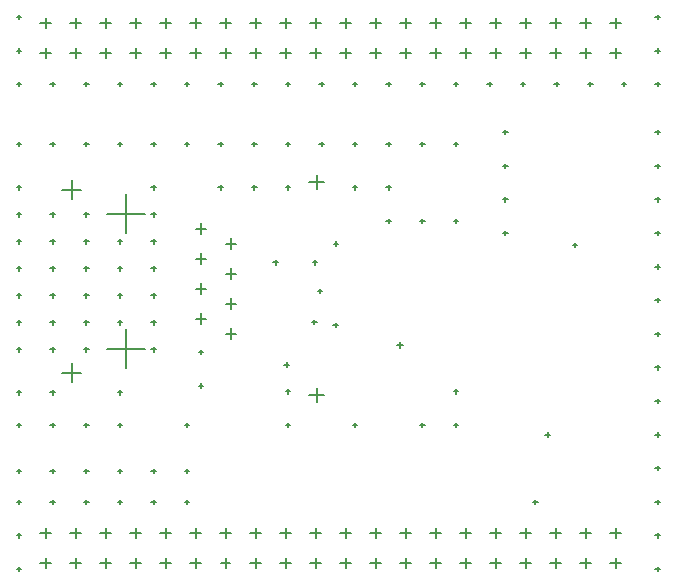
<source format=gbr>
G04 Layer_Color=128*
%FSLAX26Y26*%
%MOIN*%
%TF.FileFunction,Drillmap*%
%TF.Part,Single*%
G01*
G75*
%TA.AperFunction,NonConductor*%
%ADD39C,0.005000*%
D39*
X1877715Y-1900000D02*
X1842285D01*
X1860000Y-1917715D02*
Y-1882285D01*
X1777715Y-1900000D02*
X1742285D01*
X1760000Y-1917715D02*
Y-1882285D01*
X1677715Y-1900000D02*
X1642285D01*
X1660000Y-1917715D02*
Y-1882285D01*
X1577715Y-1900000D02*
X1542285D01*
X1560000Y-1917715D02*
Y-1882285D01*
X1942285Y-1900000D02*
X1977715D01*
X1960000Y-1917715D02*
Y-1882285D01*
X2042285Y-1900000D02*
X2077715D01*
X2060000Y-1917715D02*
Y-1882285D01*
X2192500Y-1920000D02*
X2207500D01*
X2200000Y-1927500D02*
Y-1912500D01*
Y-1815500D02*
Y-1800500D01*
X2192500Y-1808000D02*
X2207500D01*
X2200000Y-1703500D02*
Y-1688500D01*
X2192500Y-1696000D02*
X2207500D01*
X2200000Y-1591500D02*
Y-1576500D01*
X2192500Y-1584000D02*
X2207500D01*
X2200000Y-1479500D02*
Y-1464500D01*
Y-1367500D02*
Y-1352500D01*
X2192500Y-1360000D02*
X2207500D01*
X2200000Y-1255500D02*
Y-1240500D01*
X2192500Y-1248000D02*
X2207500D01*
X2200000Y-1143500D02*
Y-1128500D01*
X2192500Y-1136000D02*
X2207500D01*
Y-1472000D02*
X2192500D01*
X2077715Y-1800000D02*
X2042285D01*
X2060000Y-1817715D02*
Y-1782285D01*
X1977715Y-1800000D02*
X1942285D01*
X1960000Y-1817715D02*
Y-1782285D01*
X1877715Y-1800000D02*
X1842285D01*
X1860000Y-1817715D02*
Y-1782285D01*
X1777715Y-1800000D02*
X1742285D01*
X1760000Y-1817715D02*
Y-1782285D01*
X1677715Y-1800000D02*
X1642285D01*
X1660000Y-1817715D02*
Y-1782285D01*
X1577715Y-1800000D02*
X1542285D01*
X1560000Y-1817715D02*
Y-1782285D01*
X1785500Y-1696000D02*
X1800500D01*
X1793000Y-1703500D02*
Y-1688500D01*
X1826500Y-1472000D02*
X1841500D01*
X1834000Y-1479500D02*
Y-1464500D01*
X1528000Y-1447500D02*
Y-1432500D01*
X1520500Y-1440000D02*
X1535500D01*
X1528000Y-1335500D02*
Y-1320500D01*
X1520500Y-1328000D02*
X1535500D01*
X1917500Y-840000D02*
X1932500D01*
X1925000Y-847500D02*
Y-832500D01*
X2192500Y-800000D02*
X2207500D01*
X2200000Y-807500D02*
Y-792500D01*
Y-904500D02*
Y-919500D01*
X2192500Y-912000D02*
X2207500D01*
Y-1024000D02*
X2192500D01*
X2200000Y-1031500D02*
Y-1016500D01*
Y-695500D02*
Y-680500D01*
X2192500Y-688000D02*
X2207500D01*
X2200000Y-583500D02*
Y-568500D01*
X2192500Y-576000D02*
X2207500D01*
X2200000Y-471500D02*
Y-456500D01*
X2192500Y-464000D02*
X2207500D01*
X2200000Y-311500D02*
Y-296500D01*
X2192500Y-304000D02*
X2207500D01*
X2200000Y-199500D02*
Y-184500D01*
X2192500Y-192000D02*
X2207500D01*
X2200000Y-87500D02*
Y-72500D01*
X2192500Y-80000D02*
X2207500D01*
X2077715Y-100000D02*
X2042285D01*
X2060000Y-117715D02*
Y-82285D01*
Y-182285D02*
Y-217715D01*
X2042285Y-200000D02*
X2077715D01*
X1977715D02*
X1942285D01*
X1960000Y-217715D02*
Y-182285D01*
Y-117715D02*
Y-82285D01*
X1942285Y-100000D02*
X1977715D01*
X1877715D02*
X1842285D01*
X1860000Y-117715D02*
Y-82285D01*
Y-182285D02*
Y-217715D01*
X1842285Y-200000D02*
X1877715D01*
X1871500Y-304000D02*
X1856500D01*
X1864000Y-311500D02*
Y-296500D01*
X1759500Y-304000D02*
X1744500D01*
X1752000Y-311500D02*
Y-296500D01*
X1760000Y-217715D02*
Y-182285D01*
X1742285Y-200000D02*
X1777715D01*
X1760000Y-117715D02*
Y-82285D01*
X1742285Y-100000D02*
X1777715D01*
X1677715D02*
X1642285D01*
X1660000Y-117715D02*
Y-82285D01*
Y-182285D02*
Y-217715D01*
X1642285Y-200000D02*
X1677715D01*
X1577715D02*
X1542285D01*
X1560000Y-217715D02*
Y-182285D01*
Y-117715D02*
Y-82285D01*
X1542285Y-100000D02*
X1577715D01*
X1535500Y-304000D02*
X1520500D01*
X1528000Y-311500D02*
Y-296500D01*
X1632500Y-304000D02*
X1647500D01*
X1640000Y-311500D02*
Y-296500D01*
X1685500Y-464000D02*
X1700500D01*
X1693000Y-471500D02*
Y-456500D01*
Y-568500D02*
Y-583500D01*
X1685500Y-576000D02*
X1700500D01*
Y-688000D02*
X1685500D01*
X1693000Y-695500D02*
Y-680500D01*
X1528000Y-510500D02*
Y-495500D01*
X1520500Y-503000D02*
X1535500D01*
Y-760000D02*
X1520500D01*
X1528000Y-767500D02*
Y-752500D01*
X1685500Y-800000D02*
X1700500D01*
X1693000Y-807500D02*
Y-792500D01*
X1304000Y-655500D02*
Y-640500D01*
X1296500Y-648000D02*
X1311500D01*
X1199500D02*
X1184500D01*
X1192000Y-655500D02*
Y-640500D01*
Y-510500D02*
Y-495500D01*
X1184500Y-503000D02*
X1199500D01*
X1296500D02*
X1311500D01*
X1304000Y-510500D02*
Y-495500D01*
X1408500Y-503000D02*
X1423500D01*
X1416000Y-510500D02*
Y-495500D01*
Y-752500D02*
Y-767500D01*
X1408500Y-760000D02*
X1423500D01*
X1311500D02*
X1296500D01*
X1304000Y-767500D02*
Y-752500D01*
X1135500Y-835000D02*
X1120500D01*
X1128000Y-842500D02*
Y-827500D01*
X1066500Y-898000D02*
X1051500D01*
X1059000Y-905500D02*
Y-890500D01*
X1067500Y-993000D02*
X1082500D01*
X1075000Y-1000500D02*
Y-985500D01*
X1063500Y-1096000D02*
X1048500D01*
X1056000Y-1088500D02*
Y-1103500D01*
X1119500Y-1106000D02*
X1134500D01*
X1332000Y-1172000D02*
X1352000D01*
X1342000Y-1182000D02*
Y-1162000D01*
X1408500Y-1440000D02*
X1423500D01*
X1416000Y-1447500D02*
Y-1432500D01*
X1199500Y-1440000D02*
X1184500D01*
X1192000Y-1447500D02*
Y-1432500D01*
X1177715Y-1800000D02*
X1142285D01*
X1160000Y-1817715D02*
Y-1782285D01*
X1242285Y-1800000D02*
X1277715D01*
X1260000Y-1817715D02*
Y-1782285D01*
X1342285Y-1800000D02*
X1377715D01*
X1360000Y-1817715D02*
Y-1782285D01*
X1442285Y-1800000D02*
X1477715D01*
X1460000Y-1817715D02*
Y-1782285D01*
Y-1882285D02*
Y-1917715D01*
X1442285Y-1900000D02*
X1477715D01*
X1377715D02*
X1342285D01*
X1360000Y-1917715D02*
Y-1882285D01*
X1277715Y-1900000D02*
X1242285D01*
X1260000Y-1917715D02*
Y-1882285D01*
X1177715Y-1900000D02*
X1142285D01*
X1160000Y-1917715D02*
Y-1882285D01*
X1060000Y-1817715D02*
Y-1782285D01*
X1042285Y-1800000D02*
X1077715D01*
X977715D02*
X942285D01*
X960000Y-1817715D02*
Y-1782285D01*
X877715Y-1800000D02*
X842285D01*
X860000Y-1817715D02*
Y-1782285D01*
X777715Y-1800000D02*
X742285D01*
X760000Y-1817715D02*
Y-1782285D01*
X677715Y-1800000D02*
X642285D01*
X660000Y-1817715D02*
Y-1782285D01*
X577715Y-1800000D02*
X542285D01*
X560000Y-1817715D02*
Y-1782285D01*
X477715Y-1800000D02*
X442285D01*
X460000Y-1817715D02*
Y-1782285D01*
X408000Y-1703500D02*
Y-1688500D01*
X400500Y-1696000D02*
X415500D01*
X512500D02*
X527500D01*
X520000Y-1703500D02*
Y-1688500D01*
Y-1600500D02*
Y-1585500D01*
X512500Y-1593000D02*
X527500D01*
X624500D02*
X639500D01*
X632000Y-1600500D02*
Y-1585500D01*
Y-1688500D02*
Y-1703500D01*
X624500Y-1696000D02*
X639500D01*
X408000Y-1600500D02*
Y-1585500D01*
X400500Y-1593000D02*
X415500D01*
X442285Y-1900000D02*
X477715D01*
X460000Y-1917715D02*
Y-1882285D01*
X542285Y-1900000D02*
X577715D01*
X560000Y-1917715D02*
Y-1882285D01*
X642285Y-1900000D02*
X677715D01*
X660000Y-1917715D02*
Y-1882285D01*
X744000Y-1900000D02*
X776000D01*
X842285D02*
X877715D01*
X860000Y-1917715D02*
Y-1882285D01*
X942285Y-1900000D02*
X977715D01*
X960000Y-1917715D02*
Y-1882285D01*
X1042285Y-1900000D02*
X1077715D01*
X1060000Y-1917715D02*
Y-1882285D01*
X760000Y-1884000D02*
Y-1916000D01*
X360000Y-1817715D02*
Y-1782285D01*
X342285Y-1800000D02*
X377715D01*
X277715D02*
X242285D01*
X260000Y-1817715D02*
Y-1782285D01*
X177715Y-1800000D02*
X142285D01*
X160000Y-1817715D02*
Y-1782285D01*
X176500Y-1696000D02*
X191500D01*
X184000Y-1703500D02*
Y-1688500D01*
Y-1600500D02*
Y-1585500D01*
X176500Y-1593000D02*
X191500D01*
X288500D02*
X303500D01*
X296000Y-1600500D02*
Y-1585500D01*
Y-1688500D02*
Y-1703500D01*
X288500Y-1696000D02*
X303500D01*
X79500D02*
X64500D01*
X72000Y-1703500D02*
Y-1688500D01*
Y-1600500D02*
Y-1585500D01*
X64500Y-1593000D02*
X79500D01*
Y-1808000D02*
X64500D01*
X72000Y-1815500D02*
Y-1800500D01*
Y-1912500D02*
Y-1927500D01*
X64500Y-1920000D02*
X79500D01*
X142285Y-1900000D02*
X177715D01*
X160000Y-1917715D02*
Y-1882285D01*
X242285Y-1900000D02*
X277715D01*
X260000Y-1917715D02*
Y-1882285D01*
X342285Y-1900000D02*
X377715D01*
X360000Y-1917715D02*
Y-1882285D01*
X960500Y-1440000D02*
X975500D01*
X968000Y-1447500D02*
Y-1432500D01*
Y-1335500D02*
Y-1320500D01*
X960500Y-1328000D02*
X975500D01*
X1039646Y-1340000D02*
X1088858D01*
X1064252Y-1364606D02*
Y-1315394D01*
X964000Y-1246500D02*
Y-1231500D01*
X956500Y-1239000D02*
X971500D01*
X777874Y-1152716D02*
Y-1117284D01*
X795591Y-1135000D02*
X760158D01*
X685375Y-1197000D02*
X670375D01*
X677875Y-1204500D02*
Y-1189500D01*
Y-1301500D02*
Y-1316500D01*
X670375Y-1309000D02*
X685375D01*
X639500Y-1440000D02*
X624500D01*
X632000Y-1447500D02*
Y-1432500D01*
X415500Y-1440000D02*
X400500D01*
X408000Y-1447500D02*
Y-1432500D01*
Y-1338500D02*
Y-1323500D01*
X400500Y-1331000D02*
X415500D01*
X427874Y-1248976D02*
Y-1121024D01*
X408000Y-1105500D02*
Y-1090500D01*
X400500Y-1098000D02*
X415500D01*
X408000Y-1015500D02*
Y-1000500D01*
X400500Y-1008000D02*
X415500D01*
X408000Y-925500D02*
Y-910500D01*
X400500Y-918000D02*
X415500D01*
X408000Y-835500D02*
Y-820500D01*
X400500Y-828000D02*
X415500D01*
X427874Y-798976D02*
Y-671024D01*
X512500Y-648000D02*
X527500D01*
X520000Y-655500D02*
Y-640500D01*
Y-730500D02*
Y-745500D01*
X512500Y-738000D02*
X527500D01*
X491851Y-735000D02*
X363898D01*
X303500Y-738000D02*
X288500D01*
X296000Y-745500D02*
Y-730500D01*
X247953Y-686378D02*
Y-623386D01*
X216457Y-654882D02*
X279449D01*
X288500Y-503000D02*
X303500D01*
X296000Y-510500D02*
Y-495500D01*
X191500Y-503000D02*
X176500D01*
X184000Y-510500D02*
Y-495500D01*
X79500Y-503000D02*
X64500D01*
X72000Y-510500D02*
Y-495500D01*
Y-640500D02*
Y-655500D01*
X64500Y-648000D02*
X79500D01*
X72000Y-730500D02*
Y-745500D01*
X64500Y-738000D02*
X79500D01*
Y-828000D02*
X64500D01*
X72000Y-835500D02*
Y-820500D01*
Y-910500D02*
Y-925500D01*
X64500Y-918000D02*
X79500D01*
Y-1008000D02*
X64500D01*
X72000Y-1015500D02*
Y-1000500D01*
Y-1090500D02*
Y-1105500D01*
Y-1180500D02*
Y-1195500D01*
X64500Y-1188000D02*
X79500D01*
X176500D02*
X191500D01*
X184000Y-1195500D02*
Y-1180500D01*
Y-1105500D02*
Y-1090500D01*
X176500Y-1098000D02*
X191500D01*
X184000Y-1015500D02*
Y-1000500D01*
X176500Y-1008000D02*
X191500D01*
X184000Y-925500D02*
Y-910500D01*
X176500Y-918000D02*
X191500D01*
X184000Y-835500D02*
Y-820500D01*
X176500Y-828000D02*
X191500D01*
X184000Y-745500D02*
Y-730500D01*
X176500Y-738000D02*
X191500D01*
X288500Y-828000D02*
X303500D01*
X296000Y-835500D02*
Y-820500D01*
Y-910500D02*
Y-925500D01*
X288500Y-918000D02*
X303500D01*
Y-1008000D02*
X288500D01*
X296000Y-1015500D02*
Y-1000500D01*
Y-1090500D02*
Y-1105500D01*
Y-1180500D02*
Y-1195500D01*
X288500Y-1188000D02*
X303500D01*
X363898Y-1185000D02*
X491851D01*
X512500Y-1188000D02*
X527500D01*
X520000Y-1195500D02*
Y-1180500D01*
Y-1105500D02*
Y-1090500D01*
X512500Y-1098000D02*
X527500D01*
X520000Y-1015500D02*
Y-1000500D01*
X512500Y-1008000D02*
X527500D01*
X520000Y-925500D02*
Y-910500D01*
X512500Y-918000D02*
X527500D01*
X520000Y-835500D02*
Y-820500D01*
X512500Y-828000D02*
X527500D01*
X660158Y-785000D02*
X695591D01*
X677874Y-802716D02*
Y-767284D01*
Y-867284D02*
Y-902716D01*
X660158Y-885000D02*
X695591D01*
Y-985000D02*
X660158D01*
X677874Y-1002716D02*
Y-967284D01*
Y-1067284D02*
Y-1102716D01*
X660158Y-1085000D02*
X695591D01*
X760158Y-1035000D02*
X795591D01*
X777874Y-1052716D02*
Y-1017284D01*
Y-952716D02*
Y-917284D01*
X795591Y-935000D02*
X760158D01*
Y-835000D02*
X795591D01*
X777874Y-852716D02*
Y-817284D01*
X919500Y-898000D02*
X934500D01*
X927000Y-905500D02*
Y-890500D01*
X1127000Y-1098500D02*
Y-1113500D01*
X1064252Y-654606D02*
Y-605394D01*
X1039646Y-630000D02*
X1088858D01*
X1080000Y-510500D02*
Y-495500D01*
X1072500Y-503000D02*
X1087500D01*
X975500D02*
X960500D01*
X968000Y-510500D02*
Y-495500D01*
X863500Y-503000D02*
X848500D01*
X856000Y-510500D02*
Y-495500D01*
Y-640500D02*
Y-655500D01*
X848500Y-648000D02*
X863500D01*
X960500D02*
X975500D01*
X968000Y-655500D02*
Y-640500D01*
X1184500Y-304000D02*
X1199500D01*
X1192000Y-311500D02*
Y-296500D01*
X1160000Y-217715D02*
Y-182285D01*
X1142285Y-200000D02*
X1177715D01*
X1242285D02*
X1277715D01*
X1260000Y-217715D02*
Y-182285D01*
Y-117715D02*
Y-82285D01*
X1242285Y-100000D02*
X1277715D01*
X1342285D02*
X1377715D01*
X1360000Y-117715D02*
Y-82285D01*
X1442285Y-100000D02*
X1477715D01*
X1460000Y-117715D02*
Y-82285D01*
Y-182285D02*
Y-217715D01*
X1442285Y-200000D02*
X1477715D01*
X1377715D02*
X1342285D01*
X1360000Y-217715D02*
Y-182285D01*
X1408500Y-304000D02*
X1423500D01*
X1416000Y-311500D02*
Y-296500D01*
X1311500Y-304000D02*
X1296500D01*
X1304000Y-311500D02*
Y-296500D01*
X1160000Y-117715D02*
Y-82285D01*
X1142285Y-100000D02*
X1177715D01*
X1077715D02*
X1042285D01*
X1060000Y-117715D02*
Y-82285D01*
Y-182285D02*
Y-217715D01*
X1042285Y-200000D02*
X1077715D01*
X1080000Y-296500D02*
Y-311500D01*
X1072500Y-304000D02*
X1087500D01*
X975500D02*
X960500D01*
X968000Y-311500D02*
Y-296500D01*
X960000Y-217715D02*
Y-182285D01*
X942285Y-200000D02*
X977715D01*
X960000Y-117715D02*
Y-82285D01*
X942285Y-100000D02*
X977715D01*
X877715D02*
X842285D01*
X860000Y-117715D02*
Y-82285D01*
Y-182285D02*
Y-217715D01*
X842285Y-200000D02*
X877715D01*
X777715D02*
X742285D01*
X760000Y-217715D02*
Y-182285D01*
Y-117715D02*
Y-82285D01*
X742285Y-100000D02*
X777715D01*
X848500Y-304000D02*
X863500D01*
X856000Y-311500D02*
Y-296500D01*
X751500Y-304000D02*
X736500D01*
X744000Y-311500D02*
Y-296500D01*
X639500Y-304000D02*
X624500D01*
X632000Y-311500D02*
Y-296500D01*
X642285Y-200000D02*
X677715D01*
X660000Y-217715D02*
Y-182285D01*
Y-117715D02*
Y-82285D01*
X642285Y-100000D02*
X677715D01*
X577715D02*
X542285D01*
X560000Y-117715D02*
Y-82285D01*
Y-182285D02*
Y-217715D01*
X542285Y-200000D02*
X577715D01*
X477715D02*
X442285D01*
X460000Y-217715D02*
Y-182285D01*
Y-117715D02*
Y-82285D01*
X442285Y-100000D02*
X477715D01*
X512500Y-304000D02*
X527500D01*
X520000Y-311500D02*
Y-296500D01*
X415500Y-304000D02*
X400500D01*
X408000Y-311500D02*
Y-296500D01*
Y-495500D02*
Y-510500D01*
X400500Y-503000D02*
X415500D01*
X512500D02*
X527500D01*
X520000Y-510500D02*
Y-495500D01*
X624500Y-503000D02*
X639500D01*
X632000Y-510500D02*
Y-495500D01*
X736500Y-503000D02*
X751500D01*
X744000Y-510500D02*
Y-495500D01*
Y-640500D02*
Y-655500D01*
X736500Y-648000D02*
X751500D01*
X296000Y-311500D02*
Y-296500D01*
X288500Y-304000D02*
X303500D01*
X191500D02*
X176500D01*
X184000Y-311500D02*
Y-296500D01*
X160000Y-217715D02*
Y-182285D01*
X142285Y-200000D02*
X177715D01*
X242285D02*
X277715D01*
X260000Y-217715D02*
Y-182285D01*
Y-117715D02*
Y-82285D01*
X242285Y-100000D02*
X277715D01*
X342285D02*
X377715D01*
X360000Y-117715D02*
Y-82285D01*
Y-182285D02*
Y-217715D01*
X342285Y-200000D02*
X377715D01*
X160000Y-117715D02*
Y-82285D01*
X142285Y-100000D02*
X177715D01*
X72000Y-87500D02*
Y-72500D01*
X64500Y-80000D02*
X79500D01*
Y-192000D02*
X64500D01*
X72000Y-199500D02*
Y-184500D01*
Y-296500D02*
Y-311500D01*
X64500Y-304000D02*
X79500D01*
Y-1098000D02*
X64500D01*
X288500D02*
X303500D01*
X279449Y-1265118D02*
X216457D01*
X247953Y-1296614D02*
Y-1233622D01*
X191500Y-1331000D02*
X176500D01*
X184000Y-1338500D02*
Y-1323500D01*
Y-1432500D02*
Y-1447500D01*
X176500Y-1440000D02*
X191500D01*
X288500D02*
X303500D01*
X296000Y-1447500D02*
Y-1432500D01*
X79500Y-1440000D02*
X64500D01*
X72000Y-1447500D02*
Y-1432500D01*
Y-1338500D02*
Y-1323500D01*
X64500Y-1331000D02*
X79500D01*
X1968500Y-304000D02*
X1983500D01*
X1976000Y-311500D02*
Y-296500D01*
X2080500Y-304000D02*
X2095500D01*
X2088000Y-311500D02*
Y-296500D01*
%TF.MD5,ad34ac1c12f9bfaff2163513d7544a00*%
M02*

</source>
